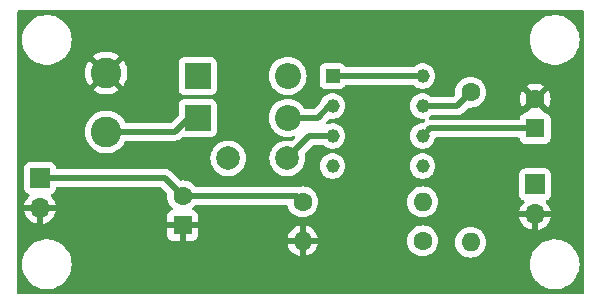
<source format=gtl>
%TF.GenerationSoftware,KiCad,Pcbnew,8.0.8*%
%TF.CreationDate,2025-06-29T12:49:33+09:00*%
%TF.ProjectId,NJM2374A_Invert,4e4a4d32-3337-4344-915f-496e76657274,rev?*%
%TF.SameCoordinates,Original*%
%TF.FileFunction,Copper,L1,Top*%
%TF.FilePolarity,Positive*%
%FSLAX46Y46*%
G04 Gerber Fmt 4.6, Leading zero omitted, Abs format (unit mm)*
G04 Created by KiCad (PCBNEW 8.0.8) date 2025-06-29 12:49:33*
%MOMM*%
%LPD*%
G01*
G04 APERTURE LIST*
%TA.AperFunction,ComponentPad*%
%ADD10C,1.600000*%
%TD*%
%TA.AperFunction,ComponentPad*%
%ADD11O,1.600000X1.600000*%
%TD*%
%TA.AperFunction,ComponentPad*%
%ADD12R,1.600000X1.600000*%
%TD*%
%TA.AperFunction,ComponentPad*%
%ADD13R,2.200000X2.200000*%
%TD*%
%TA.AperFunction,ComponentPad*%
%ADD14O,2.200000X2.200000*%
%TD*%
%TA.AperFunction,ComponentPad*%
%ADD15R,1.700000X1.700000*%
%TD*%
%TA.AperFunction,ComponentPad*%
%ADD16O,1.700000X1.700000*%
%TD*%
%TA.AperFunction,ComponentPad*%
%ADD17R,1.160000X1.160000*%
%TD*%
%TA.AperFunction,ComponentPad*%
%ADD18C,1.160000*%
%TD*%
%TA.AperFunction,ComponentPad*%
%ADD19C,2.000000*%
%TD*%
%TA.AperFunction,ComponentPad*%
%ADD20C,2.600000*%
%TD*%
%TA.AperFunction,Conductor*%
%ADD21C,0.500000*%
%TD*%
G04 APERTURE END LIST*
D10*
%TO.P,R4,1*%
%TO.N,Net-(PS1-CD)*%
X119888000Y-83439000D03*
D11*
%TO.P,R4,2*%
%TO.N,Vin*%
X119888000Y-96139000D03*
%TD*%
D12*
%TO.P,C3,1*%
%TO.N,GND*%
X95504000Y-94702000D03*
D10*
%TO.P,C3,2*%
%TO.N,Vout*%
X95504000Y-92202000D03*
%TD*%
%TO.P,R1,1*%
%TO.N,Vout*%
X105664000Y-92710000D03*
D11*
%TO.P,R1,2*%
%TO.N,Net-(PS1-IN+)*%
X115824000Y-92710000D03*
%TD*%
D13*
%TO.P,D1,1,K*%
%TO.N,Net-(D1-K)*%
X96774000Y-82042000D03*
D14*
%TO.P,D1,2,A*%
%TO.N,Vout*%
X104394000Y-82042000D03*
%TD*%
D15*
%TO.P,J2,1,Pin_1*%
%TO.N,Vout*%
X83439000Y-90678000D03*
D16*
%TO.P,J2,2,Pin_2*%
%TO.N,GND*%
X83439000Y-93218000D03*
%TD*%
D13*
%TO.P,D2,1,K*%
%TO.N,Net-(D1-K)*%
X96774000Y-85598000D03*
D14*
%TO.P,D2,2,A*%
%TO.N,Net-(D2-A)*%
X104394000Y-85598000D03*
%TD*%
D10*
%TO.P,R2,1*%
%TO.N,Net-(PS1-IN+)*%
X115824000Y-96012000D03*
D11*
%TO.P,R2,2*%
%TO.N,GND*%
X105664000Y-96012000D03*
%TD*%
D12*
%TO.P,C1,1*%
%TO.N,Vin*%
X125349000Y-86500000D03*
D10*
%TO.P,C1,2*%
%TO.N,GND*%
X125349000Y-84000000D03*
%TD*%
D15*
%TO.P,J1,1,Pin_1*%
%TO.N,Vin*%
X125349000Y-91239000D03*
D16*
%TO.P,J1,2,Pin_2*%
%TO.N,GND*%
X125349000Y-93779000D03*
%TD*%
D17*
%TO.P,PS1,1,CS*%
%TO.N,Net-(PS1-CD)*%
X108190000Y-82063000D03*
D18*
%TO.P,PS1,2,ES*%
%TO.N,Net-(D2-A)*%
X108190000Y-84603000D03*
%TO.P,PS1,3,CT*%
%TO.N,Net-(PS1-CT)*%
X108190000Y-87143000D03*
%TO.P,PS1,4,GND*%
%TO.N,Vout*%
X108190000Y-89683000D03*
%TO.P,PS1,5,IN+*%
%TO.N,Net-(PS1-IN+)*%
X115810000Y-89683000D03*
%TO.P,PS1,6,V+*%
%TO.N,Vin*%
X115810000Y-87143000D03*
%TO.P,PS1,7,SI*%
%TO.N,Net-(PS1-CD)*%
X115810000Y-84603000D03*
%TO.P,PS1,8,CD*%
X115810000Y-82063000D03*
%TD*%
D19*
%TO.P,C2,1*%
%TO.N,Vout*%
X99354000Y-89027000D03*
%TO.P,C2,2*%
%TO.N,Net-(PS1-CT)*%
X104354000Y-89027000D03*
%TD*%
D20*
%TO.P,L1,1,1*%
%TO.N,GND*%
X89027000Y-81788000D03*
%TO.P,L1,2,2*%
%TO.N,Net-(D1-K)*%
X89027000Y-86788000D03*
%TD*%
D21*
%TO.N,Vin*%
X125349000Y-86500000D02*
X116453000Y-86500000D01*
X116453000Y-86500000D02*
X115810000Y-87143000D01*
%TO.N,Vout*%
X95504000Y-92202000D02*
X105156000Y-92202000D01*
X93980000Y-90678000D02*
X95504000Y-92202000D01*
X105156000Y-92202000D02*
X105664000Y-92710000D01*
X83439000Y-90678000D02*
X93980000Y-90678000D01*
%TO.N,Net-(PS1-CT)*%
X106238000Y-87143000D02*
X108190000Y-87143000D01*
X104354000Y-89027000D02*
X106238000Y-87143000D01*
%TO.N,Net-(D1-K)*%
X89027000Y-86788000D02*
X94821300Y-86788000D01*
X97663000Y-85598000D02*
X96011300Y-85598000D01*
X94821300Y-86788000D02*
X96011300Y-85598000D01*
%TO.N,Net-(D2-A)*%
X107929700Y-84603000D02*
X106934700Y-85598000D01*
X108190000Y-84603000D02*
X107929700Y-84603000D01*
X105283000Y-85598000D02*
X106934700Y-85598000D01*
%TO.N,Net-(PS1-CD)*%
X119888000Y-83439000D02*
X118724000Y-84603000D01*
X118724000Y-84603000D02*
X115810000Y-84603000D01*
X108190000Y-82063000D02*
X115810000Y-82063000D01*
%TD*%
%TA.AperFunction,Conductor*%
%TO.N,GND*%
G36*
X129442539Y-76520185D02*
G01*
X129488294Y-76572989D01*
X129499500Y-76624500D01*
X129499500Y-100375500D01*
X129479815Y-100442539D01*
X129427011Y-100488294D01*
X129375500Y-100499500D01*
X81624500Y-100499500D01*
X81557461Y-100479815D01*
X81511706Y-100427011D01*
X81500500Y-100375500D01*
X81500500Y-98000000D01*
X81894592Y-98000000D01*
X81914201Y-98286680D01*
X81972666Y-98568034D01*
X81972667Y-98568037D01*
X82068894Y-98838793D01*
X82068893Y-98838793D01*
X82201098Y-99093935D01*
X82366812Y-99328700D01*
X82451923Y-99419831D01*
X82562947Y-99538708D01*
X82785853Y-99720055D01*
X83031382Y-99869365D01*
X83218237Y-99950526D01*
X83294942Y-99983844D01*
X83571642Y-100061371D01*
X83821920Y-100095771D01*
X83856321Y-100100500D01*
X83856322Y-100100500D01*
X84143679Y-100100500D01*
X84174370Y-100096281D01*
X84428358Y-100061371D01*
X84705058Y-99983844D01*
X84818015Y-99934779D01*
X84968617Y-99869365D01*
X84968620Y-99869363D01*
X84968625Y-99869361D01*
X85214147Y-99720055D01*
X85437053Y-99538708D01*
X85633189Y-99328698D01*
X85798901Y-99093936D01*
X85931104Y-98838797D01*
X86027334Y-98568032D01*
X86085798Y-98286686D01*
X86105408Y-98000000D01*
X124894592Y-98000000D01*
X124914201Y-98286680D01*
X124972666Y-98568034D01*
X124972667Y-98568037D01*
X125068894Y-98838793D01*
X125068893Y-98838793D01*
X125201098Y-99093935D01*
X125366812Y-99328700D01*
X125451923Y-99419831D01*
X125562947Y-99538708D01*
X125785853Y-99720055D01*
X126031382Y-99869365D01*
X126218237Y-99950526D01*
X126294942Y-99983844D01*
X126571642Y-100061371D01*
X126821920Y-100095771D01*
X126856321Y-100100500D01*
X126856322Y-100100500D01*
X127143679Y-100100500D01*
X127174370Y-100096281D01*
X127428358Y-100061371D01*
X127705058Y-99983844D01*
X127818015Y-99934779D01*
X127968617Y-99869365D01*
X127968620Y-99869363D01*
X127968625Y-99869361D01*
X128214147Y-99720055D01*
X128437053Y-99538708D01*
X128633189Y-99328698D01*
X128798901Y-99093936D01*
X128931104Y-98838797D01*
X129027334Y-98568032D01*
X129085798Y-98286686D01*
X129105408Y-98000000D01*
X129085798Y-97713314D01*
X129027334Y-97431968D01*
X128931105Y-97161206D01*
X128931106Y-97161206D01*
X128798901Y-96906064D01*
X128633187Y-96671299D01*
X128553044Y-96585488D01*
X128437053Y-96461292D01*
X128214147Y-96279945D01*
X128214146Y-96279944D01*
X127968617Y-96130634D01*
X127705063Y-96016158D01*
X127705061Y-96016157D01*
X127705058Y-96016156D01*
X127575578Y-95979877D01*
X127428364Y-95938630D01*
X127428359Y-95938629D01*
X127428358Y-95938629D01*
X127236818Y-95912302D01*
X127143679Y-95899500D01*
X127143678Y-95899500D01*
X126856322Y-95899500D01*
X126856321Y-95899500D01*
X126571642Y-95938629D01*
X126571635Y-95938630D01*
X126368322Y-95995596D01*
X126294942Y-96016156D01*
X126294939Y-96016156D01*
X126294936Y-96016158D01*
X126294935Y-96016158D01*
X126031382Y-96130634D01*
X125785853Y-96279944D01*
X125562950Y-96461289D01*
X125366812Y-96671299D01*
X125201098Y-96906064D01*
X125068894Y-97161206D01*
X124972667Y-97431962D01*
X124972666Y-97431965D01*
X124914201Y-97713319D01*
X124894592Y-98000000D01*
X86105408Y-98000000D01*
X86085798Y-97713314D01*
X86027334Y-97431968D01*
X85931105Y-97161206D01*
X85931106Y-97161206D01*
X85798901Y-96906064D01*
X85633187Y-96671299D01*
X85553044Y-96585488D01*
X85437053Y-96461292D01*
X85214147Y-96279945D01*
X85214146Y-96279944D01*
X84968617Y-96130634D01*
X84705063Y-96016158D01*
X84705061Y-96016157D01*
X84705058Y-96016156D01*
X84575578Y-95979877D01*
X84428364Y-95938630D01*
X84428359Y-95938629D01*
X84428358Y-95938629D01*
X84236818Y-95912302D01*
X84143679Y-95899500D01*
X84143678Y-95899500D01*
X83856322Y-95899500D01*
X83856321Y-95899500D01*
X83571642Y-95938629D01*
X83571635Y-95938630D01*
X83368322Y-95995596D01*
X83294942Y-96016156D01*
X83294939Y-96016156D01*
X83294936Y-96016158D01*
X83294935Y-96016158D01*
X83031382Y-96130634D01*
X82785853Y-96279944D01*
X82562950Y-96461289D01*
X82366812Y-96671299D01*
X82201098Y-96906064D01*
X82068894Y-97161206D01*
X81972667Y-97431962D01*
X81972666Y-97431965D01*
X81914201Y-97713319D01*
X81894592Y-98000000D01*
X81500500Y-98000000D01*
X81500500Y-89780135D01*
X82088500Y-89780135D01*
X82088500Y-91575870D01*
X82088501Y-91575876D01*
X82094908Y-91635483D01*
X82145202Y-91770328D01*
X82145206Y-91770335D01*
X82231452Y-91885544D01*
X82231455Y-91885547D01*
X82346664Y-91971793D01*
X82346671Y-91971797D01*
X82346674Y-91971798D01*
X82478598Y-92021002D01*
X82534531Y-92062873D01*
X82558949Y-92128337D01*
X82544098Y-92196610D01*
X82522947Y-92224865D01*
X82400886Y-92346926D01*
X82265400Y-92540420D01*
X82265399Y-92540422D01*
X82165570Y-92754507D01*
X82165567Y-92754513D01*
X82108364Y-92967999D01*
X82108364Y-92968000D01*
X83005988Y-92968000D01*
X82973075Y-93025007D01*
X82939000Y-93152174D01*
X82939000Y-93283826D01*
X82973075Y-93410993D01*
X83005988Y-93468000D01*
X82108364Y-93468000D01*
X82165567Y-93681486D01*
X82165570Y-93681492D01*
X82265399Y-93895578D01*
X82400894Y-94089082D01*
X82567917Y-94256105D01*
X82761421Y-94391600D01*
X82975507Y-94491429D01*
X82975516Y-94491433D01*
X83189000Y-94548634D01*
X83189000Y-93651012D01*
X83246007Y-93683925D01*
X83373174Y-93718000D01*
X83504826Y-93718000D01*
X83631993Y-93683925D01*
X83689000Y-93651012D01*
X83689000Y-94548633D01*
X83902483Y-94491433D01*
X83902492Y-94491429D01*
X84116578Y-94391600D01*
X84310082Y-94256105D01*
X84477105Y-94089082D01*
X84612600Y-93895578D01*
X84712429Y-93681492D01*
X84712432Y-93681486D01*
X84769636Y-93468000D01*
X83872012Y-93468000D01*
X83904925Y-93410993D01*
X83939000Y-93283826D01*
X83939000Y-93152174D01*
X83904925Y-93025007D01*
X83872012Y-92968000D01*
X84769636Y-92968000D01*
X84769635Y-92967999D01*
X84712432Y-92754513D01*
X84712429Y-92754507D01*
X84612600Y-92540422D01*
X84612599Y-92540420D01*
X84477113Y-92346926D01*
X84477108Y-92346920D01*
X84355053Y-92224865D01*
X84321568Y-92163542D01*
X84326552Y-92093850D01*
X84368424Y-92037917D01*
X84399400Y-92021002D01*
X84531331Y-91971796D01*
X84646546Y-91885546D01*
X84732796Y-91770331D01*
X84783091Y-91635483D01*
X84789500Y-91575873D01*
X84789500Y-91552500D01*
X84809185Y-91485461D01*
X84861989Y-91439706D01*
X84913500Y-91428500D01*
X93617770Y-91428500D01*
X93684809Y-91448185D01*
X93705451Y-91464819D01*
X94177282Y-91936650D01*
X94210767Y-91997973D01*
X94213129Y-92035137D01*
X94198532Y-92201996D01*
X94198532Y-92202001D01*
X94218364Y-92428686D01*
X94218366Y-92428697D01*
X94277258Y-92648488D01*
X94277261Y-92648497D01*
X94373431Y-92854732D01*
X94373432Y-92854734D01*
X94503954Y-93041141D01*
X94661506Y-93198693D01*
X94694991Y-93260016D01*
X94690007Y-93329708D01*
X94648135Y-93385641D01*
X94602343Y-93407050D01*
X94596626Y-93408401D01*
X94461913Y-93458645D01*
X94461906Y-93458649D01*
X94346812Y-93544809D01*
X94346809Y-93544812D01*
X94260649Y-93659906D01*
X94260645Y-93659913D01*
X94210403Y-93794620D01*
X94210401Y-93794627D01*
X94204000Y-93854155D01*
X94204000Y-94452000D01*
X95188314Y-94452000D01*
X95183920Y-94456394D01*
X95131259Y-94547606D01*
X95104000Y-94649339D01*
X95104000Y-94754661D01*
X95131259Y-94856394D01*
X95183920Y-94947606D01*
X95188314Y-94952000D01*
X94204000Y-94952000D01*
X94204000Y-95549844D01*
X94210401Y-95609372D01*
X94210403Y-95609379D01*
X94260645Y-95744086D01*
X94260649Y-95744093D01*
X94346809Y-95859187D01*
X94346812Y-95859190D01*
X94461906Y-95945350D01*
X94461913Y-95945354D01*
X94596620Y-95995596D01*
X94596627Y-95995598D01*
X94656155Y-96001999D01*
X94656172Y-96002000D01*
X95254000Y-96002000D01*
X95254000Y-95017686D01*
X95258394Y-95022080D01*
X95349606Y-95074741D01*
X95451339Y-95102000D01*
X95556661Y-95102000D01*
X95658394Y-95074741D01*
X95749606Y-95022080D01*
X95754000Y-95017686D01*
X95754000Y-96002000D01*
X96351828Y-96002000D01*
X96351844Y-96001999D01*
X96411372Y-95995598D01*
X96411379Y-95995596D01*
X96546086Y-95945354D01*
X96546093Y-95945350D01*
X96661187Y-95859190D01*
X96661190Y-95859187D01*
X96733945Y-95761999D01*
X104385127Y-95761999D01*
X104385128Y-95762000D01*
X105348314Y-95762000D01*
X105343920Y-95766394D01*
X105291259Y-95857606D01*
X105264000Y-95959339D01*
X105264000Y-96064661D01*
X105291259Y-96166394D01*
X105343920Y-96257606D01*
X105348314Y-96262000D01*
X104385128Y-96262000D01*
X104437730Y-96458317D01*
X104437734Y-96458326D01*
X104533865Y-96664482D01*
X104664342Y-96850820D01*
X104825179Y-97011657D01*
X105011517Y-97142134D01*
X105217673Y-97238265D01*
X105217682Y-97238269D01*
X105413999Y-97290872D01*
X105414000Y-97290871D01*
X105414000Y-96327686D01*
X105418394Y-96332080D01*
X105509606Y-96384741D01*
X105611339Y-96412000D01*
X105716661Y-96412000D01*
X105818394Y-96384741D01*
X105909606Y-96332080D01*
X105914000Y-96327686D01*
X105914000Y-97290872D01*
X106110317Y-97238269D01*
X106110326Y-97238265D01*
X106316482Y-97142134D01*
X106502820Y-97011657D01*
X106663657Y-96850820D01*
X106794134Y-96664482D01*
X106890265Y-96458326D01*
X106890269Y-96458317D01*
X106942872Y-96262000D01*
X105979686Y-96262000D01*
X105984080Y-96257606D01*
X106036741Y-96166394D01*
X106064000Y-96064661D01*
X106064000Y-96011998D01*
X114518532Y-96011998D01*
X114518532Y-96012001D01*
X114538364Y-96238686D01*
X114538366Y-96238697D01*
X114597258Y-96458488D01*
X114597261Y-96458497D01*
X114693431Y-96664732D01*
X114693432Y-96664734D01*
X114823954Y-96851141D01*
X114984858Y-97012045D01*
X114984861Y-97012047D01*
X115171266Y-97142568D01*
X115377504Y-97238739D01*
X115597308Y-97297635D01*
X115759230Y-97311801D01*
X115823998Y-97317468D01*
X115824000Y-97317468D01*
X115824002Y-97317468D01*
X115880673Y-97312509D01*
X116050692Y-97297635D01*
X116270496Y-97238739D01*
X116476734Y-97142568D01*
X116663139Y-97012047D01*
X116824047Y-96851139D01*
X116954568Y-96664734D01*
X117050739Y-96458496D01*
X117109635Y-96238692D01*
X117118357Y-96138998D01*
X118582532Y-96138998D01*
X118582532Y-96139001D01*
X118602364Y-96365686D01*
X118602366Y-96365697D01*
X118661258Y-96585488D01*
X118661261Y-96585497D01*
X118757431Y-96791732D01*
X118757432Y-96791734D01*
X118887954Y-96978141D01*
X119048858Y-97139045D01*
X119080503Y-97161203D01*
X119235266Y-97269568D01*
X119441504Y-97365739D01*
X119661308Y-97424635D01*
X119823230Y-97438801D01*
X119887998Y-97444468D01*
X119888000Y-97444468D01*
X119888002Y-97444468D01*
X119944673Y-97439509D01*
X120114692Y-97424635D01*
X120334496Y-97365739D01*
X120540734Y-97269568D01*
X120727139Y-97139047D01*
X120888047Y-96978139D01*
X121018568Y-96791734D01*
X121114739Y-96585496D01*
X121173635Y-96365692D01*
X121193468Y-96139000D01*
X121173635Y-95912308D01*
X121114739Y-95692504D01*
X121018568Y-95486266D01*
X120888047Y-95299861D01*
X120888045Y-95299858D01*
X120727141Y-95138954D01*
X120540734Y-95008432D01*
X120540732Y-95008431D01*
X120334497Y-94912261D01*
X120334488Y-94912258D01*
X120114697Y-94853366D01*
X120114693Y-94853365D01*
X120114692Y-94853365D01*
X120114691Y-94853364D01*
X120114686Y-94853364D01*
X119888002Y-94833532D01*
X119887998Y-94833532D01*
X119661313Y-94853364D01*
X119661302Y-94853366D01*
X119441511Y-94912258D01*
X119441502Y-94912261D01*
X119235267Y-95008431D01*
X119235265Y-95008432D01*
X119048858Y-95138954D01*
X118887954Y-95299858D01*
X118757432Y-95486265D01*
X118757431Y-95486267D01*
X118661261Y-95692502D01*
X118661258Y-95692511D01*
X118602366Y-95912302D01*
X118602364Y-95912313D01*
X118582532Y-96138998D01*
X117118357Y-96138998D01*
X117129468Y-96012000D01*
X117109635Y-95785308D01*
X117050739Y-95565504D01*
X116954568Y-95359266D01*
X116824047Y-95172861D01*
X116824045Y-95172858D01*
X116663141Y-95011954D01*
X116476734Y-94881432D01*
X116476732Y-94881431D01*
X116270497Y-94785261D01*
X116270488Y-94785258D01*
X116050697Y-94726366D01*
X116050693Y-94726365D01*
X116050692Y-94726365D01*
X116050691Y-94726364D01*
X116050686Y-94726364D01*
X115824002Y-94706532D01*
X115823998Y-94706532D01*
X115597313Y-94726364D01*
X115597302Y-94726366D01*
X115377511Y-94785258D01*
X115377502Y-94785261D01*
X115171267Y-94881431D01*
X115171265Y-94881432D01*
X114984858Y-95011954D01*
X114823954Y-95172858D01*
X114693432Y-95359265D01*
X114693431Y-95359267D01*
X114597261Y-95565502D01*
X114597258Y-95565511D01*
X114538366Y-95785302D01*
X114538364Y-95785313D01*
X114518532Y-96011998D01*
X106064000Y-96011998D01*
X106064000Y-95959339D01*
X106036741Y-95857606D01*
X105984080Y-95766394D01*
X105979686Y-95762000D01*
X106942872Y-95762000D01*
X106942872Y-95761999D01*
X106890269Y-95565682D01*
X106890265Y-95565673D01*
X106794134Y-95359517D01*
X106663657Y-95173179D01*
X106502820Y-95012342D01*
X106316482Y-94881865D01*
X106110328Y-94785734D01*
X105914000Y-94733127D01*
X105914000Y-95696314D01*
X105909606Y-95691920D01*
X105818394Y-95639259D01*
X105716661Y-95612000D01*
X105611339Y-95612000D01*
X105509606Y-95639259D01*
X105418394Y-95691920D01*
X105414000Y-95696314D01*
X105414000Y-94733127D01*
X105217671Y-94785734D01*
X105011517Y-94881865D01*
X104825179Y-95012342D01*
X104664342Y-95173179D01*
X104533865Y-95359517D01*
X104437734Y-95565673D01*
X104437730Y-95565682D01*
X104385127Y-95761999D01*
X96733945Y-95761999D01*
X96747350Y-95744093D01*
X96747354Y-95744086D01*
X96797596Y-95609379D01*
X96797598Y-95609372D01*
X96803999Y-95549844D01*
X96804000Y-95549827D01*
X96804000Y-94952000D01*
X95819686Y-94952000D01*
X95824080Y-94947606D01*
X95876741Y-94856394D01*
X95904000Y-94754661D01*
X95904000Y-94649339D01*
X95876741Y-94547606D01*
X95824080Y-94456394D01*
X95819686Y-94452000D01*
X96804000Y-94452000D01*
X96804000Y-93854172D01*
X96803999Y-93854155D01*
X96797598Y-93794627D01*
X96797596Y-93794620D01*
X96747354Y-93659913D01*
X96747350Y-93659906D01*
X96661190Y-93544812D01*
X96661187Y-93544809D01*
X96546093Y-93458649D01*
X96546086Y-93458645D01*
X96411378Y-93408402D01*
X96405658Y-93407051D01*
X96344942Y-93372477D01*
X96312557Y-93310566D01*
X96318784Y-93240974D01*
X96346491Y-93198694D01*
X96504047Y-93041139D01*
X96529088Y-93005377D01*
X96583665Y-92961752D01*
X96630663Y-92952500D01*
X104287452Y-92952500D01*
X104354491Y-92972185D01*
X104400246Y-93024989D01*
X104407227Y-93044407D01*
X104437258Y-93156488D01*
X104437261Y-93156497D01*
X104533431Y-93362732D01*
X104533432Y-93362734D01*
X104663954Y-93549141D01*
X104824858Y-93710045D01*
X104824861Y-93710047D01*
X105011266Y-93840568D01*
X105217504Y-93936739D01*
X105437308Y-93995635D01*
X105599230Y-94009801D01*
X105663998Y-94015468D01*
X105664000Y-94015468D01*
X105664002Y-94015468D01*
X105720673Y-94010509D01*
X105890692Y-93995635D01*
X106110496Y-93936739D01*
X106316734Y-93840568D01*
X106503139Y-93710047D01*
X106664047Y-93549139D01*
X106794568Y-93362734D01*
X106890739Y-93156496D01*
X106949635Y-92936692D01*
X106969468Y-92710000D01*
X106969468Y-92709998D01*
X114518532Y-92709998D01*
X114518532Y-92710001D01*
X114538364Y-92936686D01*
X114538366Y-92936697D01*
X114597258Y-93156488D01*
X114597261Y-93156497D01*
X114693431Y-93362732D01*
X114693432Y-93362734D01*
X114823954Y-93549141D01*
X114984858Y-93710045D01*
X114984861Y-93710047D01*
X115171266Y-93840568D01*
X115377504Y-93936739D01*
X115597308Y-93995635D01*
X115759230Y-94009801D01*
X115823998Y-94015468D01*
X115824000Y-94015468D01*
X115824002Y-94015468D01*
X115880673Y-94010509D01*
X116050692Y-93995635D01*
X116270496Y-93936739D01*
X116476734Y-93840568D01*
X116663139Y-93710047D01*
X116824047Y-93549139D01*
X116954568Y-93362734D01*
X117050739Y-93156496D01*
X117109635Y-92936692D01*
X117129468Y-92710000D01*
X117109635Y-92483308D01*
X117050739Y-92263504D01*
X116954568Y-92057266D01*
X116834330Y-91885547D01*
X116824045Y-91870858D01*
X116663141Y-91709954D01*
X116476734Y-91579432D01*
X116476732Y-91579431D01*
X116270497Y-91483261D01*
X116270488Y-91483258D01*
X116050697Y-91424366D01*
X116050693Y-91424365D01*
X116050692Y-91424365D01*
X116050691Y-91424364D01*
X116050686Y-91424364D01*
X115824002Y-91404532D01*
X115823998Y-91404532D01*
X115597313Y-91424364D01*
X115597302Y-91424366D01*
X115377511Y-91483258D01*
X115377502Y-91483261D01*
X115171267Y-91579431D01*
X115171265Y-91579432D01*
X114984858Y-91709954D01*
X114823954Y-91870858D01*
X114693432Y-92057265D01*
X114693431Y-92057267D01*
X114597261Y-92263502D01*
X114597258Y-92263511D01*
X114538366Y-92483302D01*
X114538364Y-92483313D01*
X114518532Y-92709998D01*
X106969468Y-92709998D01*
X106949635Y-92483308D01*
X106890739Y-92263504D01*
X106794568Y-92057266D01*
X106674330Y-91885547D01*
X106664045Y-91870858D01*
X106503141Y-91709954D01*
X106316734Y-91579432D01*
X106316732Y-91579431D01*
X106110497Y-91483261D01*
X106110488Y-91483258D01*
X105890697Y-91424366D01*
X105890693Y-91424365D01*
X105890692Y-91424365D01*
X105890691Y-91424364D01*
X105890686Y-91424364D01*
X105664002Y-91404532D01*
X105663998Y-91404532D01*
X105437313Y-91424364D01*
X105437302Y-91424366D01*
X105318750Y-91456132D01*
X105262464Y-91457974D01*
X105229919Y-91451500D01*
X105229918Y-91451500D01*
X96630663Y-91451500D01*
X96563624Y-91431815D01*
X96529088Y-91398623D01*
X96504045Y-91362858D01*
X96343141Y-91201954D01*
X96156734Y-91071432D01*
X96156732Y-91071431D01*
X95950497Y-90975261D01*
X95950488Y-90975258D01*
X95730697Y-90916366D01*
X95730693Y-90916365D01*
X95730692Y-90916365D01*
X95730691Y-90916364D01*
X95730686Y-90916364D01*
X95504002Y-90896532D01*
X95503997Y-90896532D01*
X95337137Y-90911129D01*
X95268637Y-90897362D01*
X95238650Y-90875282D01*
X94458421Y-90095052D01*
X94458414Y-90095046D01*
X94363239Y-90031453D01*
X94363238Y-90031453D01*
X94335495Y-90012916D01*
X94335488Y-90012912D01*
X94198917Y-89956343D01*
X94198907Y-89956340D01*
X94053920Y-89927500D01*
X94053918Y-89927500D01*
X84913499Y-89927500D01*
X84846460Y-89907815D01*
X84800705Y-89855011D01*
X84789499Y-89803500D01*
X84789499Y-89780129D01*
X84789498Y-89780123D01*
X84789497Y-89780116D01*
X84783091Y-89720517D01*
X84732796Y-89585669D01*
X84732795Y-89585668D01*
X84732793Y-89585664D01*
X84646547Y-89470455D01*
X84646544Y-89470452D01*
X84531335Y-89384206D01*
X84531328Y-89384202D01*
X84396482Y-89333908D01*
X84396483Y-89333908D01*
X84336883Y-89327501D01*
X84336881Y-89327500D01*
X84336873Y-89327500D01*
X84336864Y-89327500D01*
X82541129Y-89327500D01*
X82541123Y-89327501D01*
X82481516Y-89333908D01*
X82346671Y-89384202D01*
X82346664Y-89384206D01*
X82231455Y-89470452D01*
X82231452Y-89470455D01*
X82145206Y-89585664D01*
X82145202Y-89585671D01*
X82094908Y-89720517D01*
X82092426Y-89743607D01*
X82088501Y-89780123D01*
X82088500Y-89780135D01*
X81500500Y-89780135D01*
X81500500Y-89026994D01*
X97848357Y-89026994D01*
X97848357Y-89027005D01*
X97868890Y-89274812D01*
X97868892Y-89274824D01*
X97929936Y-89515881D01*
X98029826Y-89743606D01*
X98165833Y-89951782D01*
X98165836Y-89951785D01*
X98334256Y-90134738D01*
X98530491Y-90287474D01*
X98749190Y-90405828D01*
X98984386Y-90486571D01*
X99229665Y-90527500D01*
X99478335Y-90527500D01*
X99723614Y-90486571D01*
X99958810Y-90405828D01*
X100177509Y-90287474D01*
X100373744Y-90134738D01*
X100542164Y-89951785D01*
X100678173Y-89743607D01*
X100778063Y-89515881D01*
X100839108Y-89274821D01*
X100852620Y-89111758D01*
X100859643Y-89027005D01*
X100859643Y-89026994D01*
X100839109Y-88779187D01*
X100839107Y-88779175D01*
X100778063Y-88538118D01*
X100678173Y-88310393D01*
X100542166Y-88102217D01*
X100462879Y-88016089D01*
X100373744Y-87919262D01*
X100177509Y-87766526D01*
X100177507Y-87766525D01*
X100177506Y-87766524D01*
X99958811Y-87648172D01*
X99958802Y-87648169D01*
X99723616Y-87567429D01*
X99478335Y-87526500D01*
X99229665Y-87526500D01*
X98984383Y-87567429D01*
X98749197Y-87648169D01*
X98749188Y-87648172D01*
X98530493Y-87766524D01*
X98334257Y-87919261D01*
X98165833Y-88102217D01*
X98029826Y-88310393D01*
X97929936Y-88538118D01*
X97868892Y-88779175D01*
X97868890Y-88779187D01*
X97848357Y-89026994D01*
X81500500Y-89026994D01*
X81500500Y-86787995D01*
X87221451Y-86787995D01*
X87221451Y-86788004D01*
X87241616Y-87057101D01*
X87301664Y-87320188D01*
X87301666Y-87320195D01*
X87400256Y-87571396D01*
X87400258Y-87571400D01*
X87417059Y-87600500D01*
X87535185Y-87805102D01*
X87621379Y-87913185D01*
X87703442Y-88016089D01*
X87887322Y-88186703D01*
X87901259Y-88199635D01*
X88124226Y-88351651D01*
X88367359Y-88468738D01*
X88625228Y-88548280D01*
X88625229Y-88548280D01*
X88625232Y-88548281D01*
X88892063Y-88588499D01*
X88892068Y-88588499D01*
X88892071Y-88588500D01*
X88892072Y-88588500D01*
X89161928Y-88588500D01*
X89161929Y-88588500D01*
X89161936Y-88588499D01*
X89428767Y-88548281D01*
X89428768Y-88548280D01*
X89428772Y-88548280D01*
X89686641Y-88468738D01*
X89929775Y-88351651D01*
X90152741Y-88199635D01*
X90350561Y-88016085D01*
X90518815Y-87805102D01*
X90636941Y-87600499D01*
X90687508Y-87552285D01*
X90744328Y-87538500D01*
X94895220Y-87538500D01*
X94992762Y-87519096D01*
X95040213Y-87509658D01*
X95176795Y-87453084D01*
X95255493Y-87400500D01*
X95299716Y-87370952D01*
X95446488Y-87224178D01*
X95507809Y-87190695D01*
X95562691Y-87191186D01*
X95566512Y-87192089D01*
X95566517Y-87192091D01*
X95566522Y-87192091D01*
X95566524Y-87192092D01*
X95580370Y-87193580D01*
X95626127Y-87198500D01*
X97921872Y-87198499D01*
X97981483Y-87192091D01*
X98116331Y-87141796D01*
X98231546Y-87055546D01*
X98317796Y-86940331D01*
X98368091Y-86805483D01*
X98374500Y-86745873D01*
X98374499Y-85866102D01*
X98383112Y-85822803D01*
X98382891Y-85822736D01*
X98383572Y-85820489D01*
X98383939Y-85818648D01*
X98384658Y-85816913D01*
X98401983Y-85729815D01*
X98413500Y-85671920D01*
X98413500Y-85598000D01*
X102788551Y-85598000D01*
X102808317Y-85849151D01*
X102867126Y-86094110D01*
X102963533Y-86326859D01*
X103095160Y-86541653D01*
X103095161Y-86541656D01*
X103120871Y-86571758D01*
X103258776Y-86733224D01*
X103407066Y-86859875D01*
X103450343Y-86896838D01*
X103450346Y-86896839D01*
X103665140Y-87028466D01*
X103897889Y-87124873D01*
X104142852Y-87183683D01*
X104394000Y-87203449D01*
X104645148Y-87183683D01*
X104863485Y-87131265D01*
X104933265Y-87134756D01*
X104990083Y-87175419D01*
X105015896Y-87240346D01*
X105002510Y-87308921D01*
X104980111Y-87339520D01*
X104793248Y-87526383D01*
X104731925Y-87559868D01*
X104685158Y-87561011D01*
X104478335Y-87526500D01*
X104229665Y-87526500D01*
X103984383Y-87567429D01*
X103749197Y-87648169D01*
X103749188Y-87648172D01*
X103530493Y-87766524D01*
X103334257Y-87919261D01*
X103165833Y-88102217D01*
X103029826Y-88310393D01*
X102929936Y-88538118D01*
X102868892Y-88779175D01*
X102868890Y-88779187D01*
X102848357Y-89026994D01*
X102848357Y-89027005D01*
X102868890Y-89274812D01*
X102868892Y-89274824D01*
X102929936Y-89515881D01*
X103029826Y-89743606D01*
X103165833Y-89951782D01*
X103165836Y-89951785D01*
X103334256Y-90134738D01*
X103530491Y-90287474D01*
X103749190Y-90405828D01*
X103984386Y-90486571D01*
X104229665Y-90527500D01*
X104478335Y-90527500D01*
X104723614Y-90486571D01*
X104958810Y-90405828D01*
X105177509Y-90287474D01*
X105373744Y-90134738D01*
X105542164Y-89951785D01*
X105678173Y-89743607D01*
X105704758Y-89682999D01*
X107104871Y-89682999D01*
X107104871Y-89683000D01*
X107123346Y-89882391D01*
X107123347Y-89882393D01*
X107178145Y-90074989D01*
X107178151Y-90075004D01*
X107267401Y-90254241D01*
X107267406Y-90254249D01*
X107388081Y-90414049D01*
X107467634Y-90486570D01*
X107536064Y-90548952D01*
X107706316Y-90654368D01*
X107893040Y-90726705D01*
X108089877Y-90763500D01*
X108089879Y-90763500D01*
X108290121Y-90763500D01*
X108290123Y-90763500D01*
X108486960Y-90726705D01*
X108673684Y-90654368D01*
X108843936Y-90548952D01*
X108991920Y-90414047D01*
X109112595Y-90254247D01*
X109201853Y-90074994D01*
X109256653Y-89882392D01*
X109275129Y-89683000D01*
X109275129Y-89682999D01*
X114724871Y-89682999D01*
X114724871Y-89683000D01*
X114743346Y-89882391D01*
X114743347Y-89882393D01*
X114798145Y-90074989D01*
X114798151Y-90075004D01*
X114887401Y-90254241D01*
X114887406Y-90254249D01*
X115008081Y-90414049D01*
X115087634Y-90486570D01*
X115156064Y-90548952D01*
X115326316Y-90654368D01*
X115513040Y-90726705D01*
X115709877Y-90763500D01*
X115709879Y-90763500D01*
X115910121Y-90763500D01*
X115910123Y-90763500D01*
X116106960Y-90726705D01*
X116293684Y-90654368D01*
X116463936Y-90548952D01*
X116611920Y-90414047D01*
X116666980Y-90341135D01*
X123998500Y-90341135D01*
X123998500Y-92136870D01*
X123998501Y-92136876D01*
X124004908Y-92196483D01*
X124055202Y-92331328D01*
X124055206Y-92331335D01*
X124141452Y-92446544D01*
X124141455Y-92446547D01*
X124256664Y-92532793D01*
X124256671Y-92532797D01*
X124256674Y-92532798D01*
X124388598Y-92582002D01*
X124444531Y-92623873D01*
X124468949Y-92689337D01*
X124454098Y-92757610D01*
X124432947Y-92785865D01*
X124310886Y-92907926D01*
X124175400Y-93101420D01*
X124175399Y-93101422D01*
X124075570Y-93315507D01*
X124075567Y-93315513D01*
X124018364Y-93528999D01*
X124018364Y-93529000D01*
X124915988Y-93529000D01*
X124883075Y-93586007D01*
X124849000Y-93713174D01*
X124849000Y-93844826D01*
X124883075Y-93971993D01*
X124915988Y-94029000D01*
X124018364Y-94029000D01*
X124075567Y-94242486D01*
X124075570Y-94242492D01*
X124175399Y-94456578D01*
X124310894Y-94650082D01*
X124477917Y-94817105D01*
X124671421Y-94952600D01*
X124885507Y-95052429D01*
X124885516Y-95052433D01*
X125099000Y-95109634D01*
X125099000Y-94212012D01*
X125156007Y-94244925D01*
X125283174Y-94279000D01*
X125414826Y-94279000D01*
X125541993Y-94244925D01*
X125599000Y-94212012D01*
X125599000Y-95109633D01*
X125812483Y-95052433D01*
X125812492Y-95052429D01*
X126026578Y-94952600D01*
X126220082Y-94817105D01*
X126387105Y-94650082D01*
X126522600Y-94456578D01*
X126622429Y-94242492D01*
X126622432Y-94242486D01*
X126679636Y-94029000D01*
X125782012Y-94029000D01*
X125814925Y-93971993D01*
X125849000Y-93844826D01*
X125849000Y-93713174D01*
X125814925Y-93586007D01*
X125782012Y-93529000D01*
X126679636Y-93529000D01*
X126679635Y-93528999D01*
X126622432Y-93315513D01*
X126622429Y-93315507D01*
X126522600Y-93101422D01*
X126522599Y-93101420D01*
X126387113Y-92907926D01*
X126387108Y-92907920D01*
X126265053Y-92785865D01*
X126231568Y-92724542D01*
X126236552Y-92654850D01*
X126278424Y-92598917D01*
X126309400Y-92582002D01*
X126441331Y-92532796D01*
X126556546Y-92446546D01*
X126642796Y-92331331D01*
X126693091Y-92196483D01*
X126699500Y-92136873D01*
X126699499Y-90341128D01*
X126694299Y-90292757D01*
X126693091Y-90281516D01*
X126642797Y-90146671D01*
X126642793Y-90146664D01*
X126556547Y-90031455D01*
X126556544Y-90031452D01*
X126441335Y-89945206D01*
X126441328Y-89945202D01*
X126306482Y-89894908D01*
X126306483Y-89894908D01*
X126246883Y-89888501D01*
X126246881Y-89888500D01*
X126246873Y-89888500D01*
X126246864Y-89888500D01*
X124451129Y-89888500D01*
X124451123Y-89888501D01*
X124391516Y-89894908D01*
X124256671Y-89945202D01*
X124256664Y-89945206D01*
X124141455Y-90031452D01*
X124141452Y-90031455D01*
X124055206Y-90146664D01*
X124055202Y-90146671D01*
X124004908Y-90281517D01*
X124004268Y-90287475D01*
X123998501Y-90341123D01*
X123998500Y-90341135D01*
X116666980Y-90341135D01*
X116732595Y-90254247D01*
X116821853Y-90074994D01*
X116876653Y-89882392D01*
X116895129Y-89683000D01*
X116876653Y-89483608D01*
X116821853Y-89291006D01*
X116821848Y-89290995D01*
X116732598Y-89111758D01*
X116732593Y-89111750D01*
X116611918Y-88951950D01*
X116463937Y-88817049D01*
X116463936Y-88817048D01*
X116399101Y-88776903D01*
X116293685Y-88711632D01*
X116293683Y-88711631D01*
X116157152Y-88658739D01*
X116106960Y-88639295D01*
X115910123Y-88602500D01*
X115709877Y-88602500D01*
X115513040Y-88639295D01*
X115513037Y-88639295D01*
X115513037Y-88639296D01*
X115326316Y-88711631D01*
X115326314Y-88711632D01*
X115156062Y-88817049D01*
X115008081Y-88951950D01*
X114887406Y-89111750D01*
X114887401Y-89111758D01*
X114798151Y-89290995D01*
X114798145Y-89291010D01*
X114743347Y-89483606D01*
X114743346Y-89483608D01*
X114724871Y-89682999D01*
X109275129Y-89682999D01*
X109256653Y-89483608D01*
X109201853Y-89291006D01*
X109201848Y-89290995D01*
X109112598Y-89111758D01*
X109112593Y-89111750D01*
X108991918Y-88951950D01*
X108843937Y-88817049D01*
X108843936Y-88817048D01*
X108779101Y-88776903D01*
X108673685Y-88711632D01*
X108673683Y-88711631D01*
X108537152Y-88658739D01*
X108486960Y-88639295D01*
X108290123Y-88602500D01*
X108089877Y-88602500D01*
X107893040Y-88639295D01*
X107893037Y-88639295D01*
X107893037Y-88639296D01*
X107706316Y-88711631D01*
X107706314Y-88711632D01*
X107536062Y-88817049D01*
X107388081Y-88951950D01*
X107267406Y-89111750D01*
X107267401Y-89111758D01*
X107178151Y-89290995D01*
X107178145Y-89291010D01*
X107123347Y-89483606D01*
X107123346Y-89483608D01*
X107104871Y-89682999D01*
X105704758Y-89682999D01*
X105778063Y-89515881D01*
X105839108Y-89274821D01*
X105852620Y-89111758D01*
X105859643Y-89027005D01*
X105859643Y-89026994D01*
X105839109Y-88779187D01*
X105839108Y-88779184D01*
X105839108Y-88779179D01*
X105820856Y-88707105D01*
X105823480Y-88637288D01*
X105853378Y-88588987D01*
X106512548Y-87929819D01*
X106573871Y-87896334D01*
X106600229Y-87893500D01*
X107361381Y-87893500D01*
X107428420Y-87913185D01*
X107444919Y-87925863D01*
X107449259Y-87929819D01*
X107536064Y-88008952D01*
X107665734Y-88089240D01*
X107686691Y-88102217D01*
X107706316Y-88114368D01*
X107893040Y-88186705D01*
X108089877Y-88223500D01*
X108089879Y-88223500D01*
X108290121Y-88223500D01*
X108290123Y-88223500D01*
X108486960Y-88186705D01*
X108673684Y-88114368D01*
X108843936Y-88008952D01*
X108991920Y-87874047D01*
X109112595Y-87714247D01*
X109201853Y-87534994D01*
X109256653Y-87342392D01*
X109275129Y-87143000D01*
X109275017Y-87141796D01*
X109256653Y-86943608D01*
X109256652Y-86943606D01*
X109255721Y-86940335D01*
X109201853Y-86751006D01*
X109201848Y-86750995D01*
X109112598Y-86571758D01*
X109112593Y-86571750D01*
X108991918Y-86411950D01*
X108843937Y-86277049D01*
X108843936Y-86277048D01*
X108779101Y-86236903D01*
X108673685Y-86171632D01*
X108673683Y-86171631D01*
X108519655Y-86111961D01*
X108486960Y-86099295D01*
X108290123Y-86062500D01*
X108089877Y-86062500D01*
X107941341Y-86090265D01*
X107893034Y-86099296D01*
X107791040Y-86138809D01*
X107721417Y-86144671D01*
X107659677Y-86111961D01*
X107625422Y-86051064D01*
X107629529Y-85981315D01*
X107658565Y-85935502D01*
X107892591Y-85701475D01*
X107953912Y-85667992D01*
X108003054Y-85667270D01*
X108089877Y-85683500D01*
X108089878Y-85683500D01*
X108290121Y-85683500D01*
X108290123Y-85683500D01*
X108486960Y-85646705D01*
X108673684Y-85574368D01*
X108843936Y-85468952D01*
X108991920Y-85334047D01*
X109112595Y-85174247D01*
X109201853Y-84994994D01*
X109256653Y-84802392D01*
X109275129Y-84603000D01*
X109275129Y-84602999D01*
X114724871Y-84602999D01*
X114724871Y-84603000D01*
X114743346Y-84802391D01*
X114743347Y-84802393D01*
X114798145Y-84994989D01*
X114798151Y-84995004D01*
X114887401Y-85174241D01*
X114887406Y-85174249D01*
X115008081Y-85334049D01*
X115069577Y-85390109D01*
X115156064Y-85468952D01*
X115238627Y-85520073D01*
X115302965Y-85559910D01*
X115326316Y-85574368D01*
X115513040Y-85646705D01*
X115709877Y-85683500D01*
X115709879Y-85683500D01*
X115915341Y-85683500D01*
X115982380Y-85703185D01*
X116028135Y-85755989D01*
X116038079Y-85825147D01*
X116009054Y-85888703D01*
X115984232Y-85910602D01*
X115974585Y-85917047D01*
X115920019Y-85971614D01*
X115865450Y-86026182D01*
X115804130Y-86059666D01*
X115777771Y-86062500D01*
X115709877Y-86062500D01*
X115513040Y-86099295D01*
X115513037Y-86099295D01*
X115513037Y-86099296D01*
X115326316Y-86171631D01*
X115326314Y-86171632D01*
X115156062Y-86277049D01*
X115008081Y-86411950D01*
X114887406Y-86571750D01*
X114887401Y-86571758D01*
X114798151Y-86750995D01*
X114798145Y-86751010D01*
X114743347Y-86943606D01*
X114743346Y-86943608D01*
X114724871Y-87142999D01*
X114724871Y-87143000D01*
X114743346Y-87342391D01*
X114743347Y-87342393D01*
X114798145Y-87534989D01*
X114798151Y-87535004D01*
X114887401Y-87714241D01*
X114887406Y-87714249D01*
X115008081Y-87874049D01*
X115135386Y-87990102D01*
X115156064Y-88008952D01*
X115285734Y-88089240D01*
X115306691Y-88102217D01*
X115326316Y-88114368D01*
X115513040Y-88186705D01*
X115709877Y-88223500D01*
X115709879Y-88223500D01*
X115910121Y-88223500D01*
X115910123Y-88223500D01*
X116106960Y-88186705D01*
X116293684Y-88114368D01*
X116463936Y-88008952D01*
X116611920Y-87874047D01*
X116732595Y-87714247D01*
X116821853Y-87534994D01*
X116876653Y-87342392D01*
X116876653Y-87342391D01*
X116877173Y-87340565D01*
X116914452Y-87281472D01*
X116977762Y-87251915D01*
X116996439Y-87250500D01*
X123926649Y-87250500D01*
X123993688Y-87270185D01*
X124039443Y-87322989D01*
X124049939Y-87361248D01*
X124054908Y-87407483D01*
X124105202Y-87542328D01*
X124105206Y-87542335D01*
X124191452Y-87657544D01*
X124191455Y-87657547D01*
X124306664Y-87743793D01*
X124306671Y-87743797D01*
X124441517Y-87794091D01*
X124441516Y-87794091D01*
X124448444Y-87794835D01*
X124501127Y-87800500D01*
X126196872Y-87800499D01*
X126256483Y-87794091D01*
X126391331Y-87743796D01*
X126506546Y-87657546D01*
X126592796Y-87542331D01*
X126643091Y-87407483D01*
X126649500Y-87347873D01*
X126649499Y-85652128D01*
X126643091Y-85592517D01*
X126636321Y-85574367D01*
X126592797Y-85457671D01*
X126592793Y-85457664D01*
X126506547Y-85342455D01*
X126506544Y-85342452D01*
X126391335Y-85256206D01*
X126391328Y-85256202D01*
X126256482Y-85205908D01*
X126256483Y-85205908D01*
X126196883Y-85199501D01*
X126196881Y-85199500D01*
X126196873Y-85199500D01*
X126196864Y-85199500D01*
X126193548Y-85199322D01*
X126193627Y-85197847D01*
X126132215Y-85179815D01*
X126086460Y-85127011D01*
X126078969Y-85083522D01*
X125395447Y-84400000D01*
X125401661Y-84400000D01*
X125503394Y-84372741D01*
X125594606Y-84320080D01*
X125669080Y-84245606D01*
X125721741Y-84154394D01*
X125749000Y-84052661D01*
X125749000Y-84046447D01*
X126428024Y-84725471D01*
X126479136Y-84652478D01*
X126575264Y-84446331D01*
X126575269Y-84446317D01*
X126634139Y-84226610D01*
X126634141Y-84226599D01*
X126653966Y-84000002D01*
X126653966Y-83999997D01*
X126634141Y-83773400D01*
X126634139Y-83773389D01*
X126575269Y-83553682D01*
X126575264Y-83553668D01*
X126479136Y-83347521D01*
X126479132Y-83347513D01*
X126428025Y-83274526D01*
X125749000Y-83953551D01*
X125749000Y-83947339D01*
X125721741Y-83845606D01*
X125669080Y-83754394D01*
X125594606Y-83679920D01*
X125503394Y-83627259D01*
X125401661Y-83600000D01*
X125395445Y-83600000D01*
X126074472Y-82920974D01*
X126001478Y-82869863D01*
X125795331Y-82773735D01*
X125795317Y-82773730D01*
X125575610Y-82714860D01*
X125575599Y-82714858D01*
X125349002Y-82695034D01*
X125348998Y-82695034D01*
X125122400Y-82714858D01*
X125122389Y-82714860D01*
X124902682Y-82773730D01*
X124902673Y-82773734D01*
X124696516Y-82869866D01*
X124696512Y-82869868D01*
X124623526Y-82920973D01*
X124623526Y-82920974D01*
X125302553Y-83600000D01*
X125296339Y-83600000D01*
X125194606Y-83627259D01*
X125103394Y-83679920D01*
X125028920Y-83754394D01*
X124976259Y-83845606D01*
X124949000Y-83947339D01*
X124949000Y-83953552D01*
X124269974Y-83274526D01*
X124269973Y-83274526D01*
X124218868Y-83347512D01*
X124218866Y-83347516D01*
X124122734Y-83553673D01*
X124122730Y-83553682D01*
X124063860Y-83773389D01*
X124063858Y-83773400D01*
X124044034Y-83999997D01*
X124044034Y-84000002D01*
X124063858Y-84226599D01*
X124063860Y-84226610D01*
X124122730Y-84446317D01*
X124122735Y-84446331D01*
X124218863Y-84652478D01*
X124269974Y-84725472D01*
X124949000Y-84046446D01*
X124949000Y-84052661D01*
X124976259Y-84154394D01*
X125028920Y-84245606D01*
X125103394Y-84320080D01*
X125194606Y-84372741D01*
X125296339Y-84400000D01*
X125302553Y-84400000D01*
X124618352Y-85084199D01*
X124608506Y-85133194D01*
X124559890Y-85183377D01*
X124504367Y-85198049D01*
X124504423Y-85199099D01*
X124504429Y-85199146D01*
X124504426Y-85199146D01*
X124504436Y-85199324D01*
X124501123Y-85199501D01*
X124441516Y-85205908D01*
X124306671Y-85256202D01*
X124306664Y-85256206D01*
X124191455Y-85342452D01*
X124191452Y-85342455D01*
X124105206Y-85457664D01*
X124105202Y-85457671D01*
X124061678Y-85574368D01*
X124054909Y-85592517D01*
X124049937Y-85638757D01*
X124023201Y-85703306D01*
X123965809Y-85743154D01*
X123926649Y-85749500D01*
X116446651Y-85749500D01*
X116379612Y-85729815D01*
X116333857Y-85677011D01*
X116323913Y-85607853D01*
X116352938Y-85544297D01*
X116381373Y-85520073D01*
X116463936Y-85468952D01*
X116550423Y-85390109D01*
X116555081Y-85385863D01*
X116617885Y-85355246D01*
X116638619Y-85353500D01*
X118797920Y-85353500D01*
X118916580Y-85329896D01*
X118942913Y-85324658D01*
X119079495Y-85268084D01*
X119128729Y-85235186D01*
X119144949Y-85224349D01*
X119172548Y-85205908D01*
X119202416Y-85185952D01*
X119622652Y-84765714D01*
X119683973Y-84732231D01*
X119721135Y-84729869D01*
X119864366Y-84742400D01*
X119887999Y-84744468D01*
X119888000Y-84744468D01*
X119888002Y-84744468D01*
X119944673Y-84739509D01*
X120114692Y-84724635D01*
X120334496Y-84665739D01*
X120540734Y-84569568D01*
X120727139Y-84439047D01*
X120888047Y-84278139D01*
X121018568Y-84091734D01*
X121114739Y-83885496D01*
X121173635Y-83665692D01*
X121193468Y-83439000D01*
X121173635Y-83212308D01*
X121114739Y-82992504D01*
X121018568Y-82786266D01*
X120888047Y-82599861D01*
X120888045Y-82599858D01*
X120727141Y-82438954D01*
X120540734Y-82308432D01*
X120540732Y-82308431D01*
X120334497Y-82212261D01*
X120334488Y-82212258D01*
X120114697Y-82153366D01*
X120114693Y-82153365D01*
X120114692Y-82153365D01*
X120114691Y-82153364D01*
X120114686Y-82153364D01*
X119888002Y-82133532D01*
X119887998Y-82133532D01*
X119661313Y-82153364D01*
X119661302Y-82153366D01*
X119441511Y-82212258D01*
X119441502Y-82212261D01*
X119235267Y-82308431D01*
X119235265Y-82308432D01*
X119048858Y-82438954D01*
X118887954Y-82599858D01*
X118757432Y-82786265D01*
X118757431Y-82786267D01*
X118661261Y-82992502D01*
X118661258Y-82992511D01*
X118602366Y-83212302D01*
X118602364Y-83212313D01*
X118582532Y-83438998D01*
X118582532Y-83439003D01*
X118597129Y-83605861D01*
X118583362Y-83674360D01*
X118561283Y-83704347D01*
X118449452Y-83816180D01*
X118388129Y-83849666D01*
X118361770Y-83852500D01*
X116638619Y-83852500D01*
X116571580Y-83832815D01*
X116555081Y-83820137D01*
X116463937Y-83737049D01*
X116463936Y-83737048D01*
X116399101Y-83696903D01*
X116293685Y-83631632D01*
X116293683Y-83631631D01*
X116157152Y-83578739D01*
X116106960Y-83559295D01*
X115910123Y-83522500D01*
X115709877Y-83522500D01*
X115513040Y-83559295D01*
X115513037Y-83559295D01*
X115513037Y-83559296D01*
X115326316Y-83631631D01*
X115326314Y-83631632D01*
X115156062Y-83737049D01*
X115008081Y-83871950D01*
X114887406Y-84031750D01*
X114887401Y-84031758D01*
X114798151Y-84210995D01*
X114798145Y-84211010D01*
X114743347Y-84403606D01*
X114743346Y-84403608D01*
X114724871Y-84602999D01*
X109275129Y-84602999D01*
X109260610Y-84446317D01*
X109256653Y-84403608D01*
X109256652Y-84403606D01*
X109247870Y-84372741D01*
X109201853Y-84211006D01*
X109201848Y-84210995D01*
X109112598Y-84031758D01*
X109112593Y-84031750D01*
X108991918Y-83871950D01*
X108843937Y-83737049D01*
X108843936Y-83737048D01*
X108779101Y-83696903D01*
X108673685Y-83631632D01*
X108673683Y-83631631D01*
X108537152Y-83578739D01*
X108486960Y-83559295D01*
X108290123Y-83522500D01*
X108089877Y-83522500D01*
X107893040Y-83559295D01*
X107893037Y-83559295D01*
X107893037Y-83559296D01*
X107706316Y-83631631D01*
X107706314Y-83631632D01*
X107536062Y-83737049D01*
X107388081Y-83871950D01*
X107267406Y-84031750D01*
X107267399Y-84031762D01*
X107178151Y-84210996D01*
X107178144Y-84211014D01*
X107154279Y-84294891D01*
X107122694Y-84348637D01*
X106660151Y-84811181D01*
X106598828Y-84844666D01*
X106572470Y-84847500D01*
X105880647Y-84847500D01*
X105813608Y-84827815D01*
X105774919Y-84788289D01*
X105761086Y-84765716D01*
X105692836Y-84654341D01*
X105529224Y-84462776D01*
X105368923Y-84325866D01*
X105337656Y-84299161D01*
X105337653Y-84299160D01*
X105122859Y-84167533D01*
X104890110Y-84071126D01*
X104645151Y-84012317D01*
X104394000Y-83992551D01*
X104142848Y-84012317D01*
X103897889Y-84071126D01*
X103665140Y-84167533D01*
X103450346Y-84299160D01*
X103450343Y-84299161D01*
X103258776Y-84462776D01*
X103095161Y-84654343D01*
X103095160Y-84654346D01*
X102963533Y-84869140D01*
X102867126Y-85101889D01*
X102808317Y-85346848D01*
X102788551Y-85598000D01*
X98413500Y-85598000D01*
X98413500Y-85524079D01*
X98384659Y-85379092D01*
X98384658Y-85379091D01*
X98384658Y-85379087D01*
X98383936Y-85377345D01*
X98383569Y-85375500D01*
X98382890Y-85373260D01*
X98383110Y-85373193D01*
X98374499Y-85329896D01*
X98374499Y-84450129D01*
X98374498Y-84450123D01*
X98374497Y-84450116D01*
X98368091Y-84390517D01*
X98354304Y-84353553D01*
X98317797Y-84255671D01*
X98317793Y-84255664D01*
X98231547Y-84140455D01*
X98231544Y-84140452D01*
X98116335Y-84054206D01*
X98116328Y-84054202D01*
X97981482Y-84003908D01*
X97981483Y-84003908D01*
X97921883Y-83997501D01*
X97921881Y-83997500D01*
X97921873Y-83997500D01*
X97921864Y-83997500D01*
X95626129Y-83997500D01*
X95626123Y-83997501D01*
X95566516Y-84003908D01*
X95431671Y-84054202D01*
X95431664Y-84054206D01*
X95316455Y-84140452D01*
X95316452Y-84140455D01*
X95230206Y-84255664D01*
X95230202Y-84255671D01*
X95179908Y-84390517D01*
X95173908Y-84446331D01*
X95173501Y-84450123D01*
X95173500Y-84450135D01*
X95173500Y-85323070D01*
X95153815Y-85390109D01*
X95137181Y-85410751D01*
X94546751Y-86001181D01*
X94485428Y-86034666D01*
X94459070Y-86037500D01*
X90744328Y-86037500D01*
X90677289Y-86017815D01*
X90636941Y-85975500D01*
X90613848Y-85935501D01*
X90518815Y-85770898D01*
X90350561Y-85559915D01*
X90350560Y-85559914D01*
X90350557Y-85559910D01*
X90152741Y-85376365D01*
X90109453Y-85346852D01*
X89929775Y-85224349D01*
X89929769Y-85224346D01*
X89929768Y-85224345D01*
X89929767Y-85224344D01*
X89686643Y-85107263D01*
X89686645Y-85107263D01*
X89428773Y-85027720D01*
X89428767Y-85027718D01*
X89161936Y-84987500D01*
X89161929Y-84987500D01*
X88892071Y-84987500D01*
X88892063Y-84987500D01*
X88625232Y-85027718D01*
X88625226Y-85027720D01*
X88367358Y-85107262D01*
X88124230Y-85224346D01*
X87901258Y-85376365D01*
X87703442Y-85559910D01*
X87535185Y-85770898D01*
X87400258Y-86004599D01*
X87400256Y-86004603D01*
X87301666Y-86255804D01*
X87301664Y-86255811D01*
X87241616Y-86518898D01*
X87221451Y-86787995D01*
X81500500Y-86787995D01*
X81500500Y-81787995D01*
X87221953Y-81787995D01*
X87221953Y-81788004D01*
X87242113Y-82057026D01*
X87242113Y-82057028D01*
X87302142Y-82320033D01*
X87302148Y-82320052D01*
X87400709Y-82571181D01*
X87400708Y-82571181D01*
X87535600Y-82804818D01*
X87589294Y-82872150D01*
X87589295Y-82872150D01*
X88425958Y-82035487D01*
X88450978Y-82095890D01*
X88522112Y-82202351D01*
X88612649Y-82292888D01*
X88719110Y-82364022D01*
X88779511Y-82389041D01*
X87941848Y-83226703D01*
X88124476Y-83351216D01*
X88124485Y-83351221D01*
X88367539Y-83468269D01*
X88367537Y-83468269D01*
X88625337Y-83547790D01*
X88625343Y-83547792D01*
X88892101Y-83587999D01*
X88892110Y-83588000D01*
X89161890Y-83588000D01*
X89161898Y-83587999D01*
X89428656Y-83547792D01*
X89428662Y-83547790D01*
X89686461Y-83468269D01*
X89929516Y-83351221D01*
X89929517Y-83351220D01*
X90112150Y-83226703D01*
X89274487Y-82389041D01*
X89334890Y-82364022D01*
X89441351Y-82292888D01*
X89531888Y-82202351D01*
X89603022Y-82095890D01*
X89628041Y-82035487D01*
X90464703Y-82872150D01*
X90464704Y-82872149D01*
X90518400Y-82804818D01*
X90653290Y-82571181D01*
X90751851Y-82320052D01*
X90751857Y-82320033D01*
X90811886Y-82057028D01*
X90811886Y-82057026D01*
X90832047Y-81788004D01*
X90832047Y-81787995D01*
X90811886Y-81518973D01*
X90811886Y-81518971D01*
X90751857Y-81255966D01*
X90751851Y-81255947D01*
X90653290Y-81004818D01*
X90653291Y-81004818D01*
X90589388Y-80894135D01*
X95173500Y-80894135D01*
X95173500Y-83189870D01*
X95173501Y-83189876D01*
X95179908Y-83249483D01*
X95230202Y-83384328D01*
X95230206Y-83384335D01*
X95316452Y-83499544D01*
X95316455Y-83499547D01*
X95431664Y-83585793D01*
X95431671Y-83585797D01*
X95566517Y-83636091D01*
X95566516Y-83636091D01*
X95573444Y-83636835D01*
X95626127Y-83642500D01*
X97921872Y-83642499D01*
X97981483Y-83636091D01*
X98116331Y-83585796D01*
X98231546Y-83499546D01*
X98317796Y-83384331D01*
X98368091Y-83249483D01*
X98374500Y-83189873D01*
X98374499Y-82042000D01*
X102788551Y-82042000D01*
X102808317Y-82293151D01*
X102867126Y-82538110D01*
X102963533Y-82770859D01*
X103095160Y-82985653D01*
X103095161Y-82985656D01*
X103136765Y-83034368D01*
X103258776Y-83177224D01*
X103372702Y-83274526D01*
X103450343Y-83340838D01*
X103450346Y-83340839D01*
X103665140Y-83472466D01*
X103874768Y-83559296D01*
X103897889Y-83568873D01*
X104142852Y-83627683D01*
X104394000Y-83647449D01*
X104645148Y-83627683D01*
X104890111Y-83568873D01*
X105122859Y-83472466D01*
X105337659Y-83340836D01*
X105529224Y-83177224D01*
X105692836Y-82985659D01*
X105824466Y-82770859D01*
X105920873Y-82538111D01*
X105979683Y-82293148D01*
X105999449Y-82042000D01*
X105979683Y-81790852D01*
X105920873Y-81545889D01*
X105893627Y-81480110D01*
X105874998Y-81435135D01*
X107109500Y-81435135D01*
X107109500Y-82690870D01*
X107109501Y-82690876D01*
X107115908Y-82750483D01*
X107166202Y-82885328D01*
X107166206Y-82885335D01*
X107252452Y-83000544D01*
X107252455Y-83000547D01*
X107367664Y-83086793D01*
X107367671Y-83086797D01*
X107502517Y-83137091D01*
X107502516Y-83137091D01*
X107509444Y-83137835D01*
X107562127Y-83143500D01*
X108817872Y-83143499D01*
X108877483Y-83137091D01*
X109012331Y-83086796D01*
X109127546Y-83000546D01*
X109213796Y-82885331D01*
X109213796Y-82885328D01*
X109217761Y-82878071D01*
X109267168Y-82828666D01*
X109326592Y-82813500D01*
X114981381Y-82813500D01*
X115048420Y-82833185D01*
X115064919Y-82845863D01*
X115108214Y-82885331D01*
X115156064Y-82928952D01*
X115326316Y-83034368D01*
X115513040Y-83106705D01*
X115709877Y-83143500D01*
X115709879Y-83143500D01*
X115910121Y-83143500D01*
X115910123Y-83143500D01*
X116106960Y-83106705D01*
X116293684Y-83034368D01*
X116463936Y-82928952D01*
X116611920Y-82794047D01*
X116732595Y-82634247D01*
X116821853Y-82454994D01*
X116876653Y-82262392D01*
X116895129Y-82063000D01*
X116894575Y-82057026D01*
X116876653Y-81863608D01*
X116876652Y-81863606D01*
X116873355Y-81852019D01*
X116821853Y-81671006D01*
X116821848Y-81670995D01*
X116732598Y-81491758D01*
X116732593Y-81491750D01*
X116611918Y-81331950D01*
X116463937Y-81197049D01*
X116463936Y-81197048D01*
X116348310Y-81125455D01*
X116293685Y-81091632D01*
X116293683Y-81091631D01*
X116157152Y-81038739D01*
X116106960Y-81019295D01*
X115910123Y-80982500D01*
X115709877Y-80982500D01*
X115513040Y-81019295D01*
X115513037Y-81019295D01*
X115513037Y-81019296D01*
X115326316Y-81091631D01*
X115326314Y-81091632D01*
X115156062Y-81197049D01*
X115064919Y-81280137D01*
X115002115Y-81310754D01*
X114981381Y-81312500D01*
X109326592Y-81312500D01*
X109259553Y-81292815D01*
X109217761Y-81247929D01*
X109213795Y-81240667D01*
X109127547Y-81125455D01*
X109127544Y-81125452D01*
X109012335Y-81039206D01*
X109012328Y-81039202D01*
X108877482Y-80988908D01*
X108877483Y-80988908D01*
X108817883Y-80982501D01*
X108817881Y-80982500D01*
X108817873Y-80982500D01*
X108817864Y-80982500D01*
X107562129Y-80982500D01*
X107562123Y-80982501D01*
X107502516Y-80988908D01*
X107367671Y-81039202D01*
X107367664Y-81039206D01*
X107252455Y-81125452D01*
X107252452Y-81125455D01*
X107166206Y-81240664D01*
X107166202Y-81240671D01*
X107115908Y-81375517D01*
X107109501Y-81435116D01*
X107109500Y-81435135D01*
X105874998Y-81435135D01*
X105824466Y-81313140D01*
X105692839Y-81098346D01*
X105692838Y-81098343D01*
X105642328Y-81039204D01*
X105529224Y-80906776D01*
X105370451Y-80771171D01*
X105337656Y-80743161D01*
X105337653Y-80743160D01*
X105122859Y-80611533D01*
X104890110Y-80515126D01*
X104645151Y-80456317D01*
X104394000Y-80436551D01*
X104142848Y-80456317D01*
X103897889Y-80515126D01*
X103665140Y-80611533D01*
X103450346Y-80743160D01*
X103450343Y-80743161D01*
X103258776Y-80906776D01*
X103095161Y-81098343D01*
X103095160Y-81098346D01*
X102963533Y-81313140D01*
X102867126Y-81545889D01*
X102808317Y-81790848D01*
X102788551Y-82042000D01*
X98374499Y-82042000D01*
X98374499Y-80894128D01*
X98368091Y-80834517D01*
X98344464Y-80771171D01*
X98317797Y-80699671D01*
X98317793Y-80699664D01*
X98231547Y-80584455D01*
X98231544Y-80584452D01*
X98116335Y-80498206D01*
X98116328Y-80498202D01*
X97981482Y-80447908D01*
X97981483Y-80447908D01*
X97921883Y-80441501D01*
X97921881Y-80441500D01*
X97921873Y-80441500D01*
X97921864Y-80441500D01*
X95626129Y-80441500D01*
X95626123Y-80441501D01*
X95566516Y-80447908D01*
X95431671Y-80498202D01*
X95431664Y-80498206D01*
X95316455Y-80584452D01*
X95316452Y-80584455D01*
X95230206Y-80699664D01*
X95230202Y-80699671D01*
X95179908Y-80834517D01*
X95176162Y-80869365D01*
X95173501Y-80894123D01*
X95173500Y-80894135D01*
X90589388Y-80894135D01*
X90518400Y-80771182D01*
X90518393Y-80771171D01*
X90464704Y-80703849D01*
X90464703Y-80703848D01*
X89628041Y-81540511D01*
X89603022Y-81480110D01*
X89531888Y-81373649D01*
X89441351Y-81283112D01*
X89334890Y-81211978D01*
X89274488Y-81186958D01*
X90112150Y-80349295D01*
X89929524Y-80224783D01*
X89929516Y-80224778D01*
X89686460Y-80107730D01*
X89686462Y-80107730D01*
X89428662Y-80028209D01*
X89428656Y-80028207D01*
X89161898Y-79988000D01*
X88892101Y-79988000D01*
X88625343Y-80028207D01*
X88625337Y-80028209D01*
X88367538Y-80107730D01*
X88124482Y-80224780D01*
X88124469Y-80224787D01*
X87941848Y-80349294D01*
X88779512Y-81186958D01*
X88719110Y-81211978D01*
X88612649Y-81283112D01*
X88522112Y-81373649D01*
X88450978Y-81480110D01*
X88425958Y-81540512D01*
X87589294Y-80703848D01*
X87535602Y-80771177D01*
X87400709Y-81004818D01*
X87302148Y-81255947D01*
X87302142Y-81255966D01*
X87242113Y-81518971D01*
X87242113Y-81518973D01*
X87221953Y-81787995D01*
X81500500Y-81787995D01*
X81500500Y-79000000D01*
X81894592Y-79000000D01*
X81914201Y-79286680D01*
X81972666Y-79568034D01*
X81972667Y-79568037D01*
X82068894Y-79838793D01*
X82068893Y-79838793D01*
X82201098Y-80093935D01*
X82366812Y-80328700D01*
X82386046Y-80349294D01*
X82562947Y-80538708D01*
X82760789Y-80699664D01*
X82785853Y-80720055D01*
X83031382Y-80869365D01*
X83218237Y-80950526D01*
X83294942Y-80983844D01*
X83571642Y-81061371D01*
X83791804Y-81091632D01*
X83856321Y-81100500D01*
X83856322Y-81100500D01*
X84143679Y-81100500D01*
X84174370Y-81096281D01*
X84428358Y-81061371D01*
X84705058Y-80983844D01*
X84882487Y-80906776D01*
X84968617Y-80869365D01*
X84968620Y-80869363D01*
X84968625Y-80869361D01*
X85214147Y-80720055D01*
X85437053Y-80538708D01*
X85633189Y-80328698D01*
X85798901Y-80093936D01*
X85931104Y-79838797D01*
X86027334Y-79568032D01*
X86085798Y-79286686D01*
X86105408Y-79000000D01*
X124894592Y-79000000D01*
X124914201Y-79286680D01*
X124972666Y-79568034D01*
X124972667Y-79568037D01*
X125068894Y-79838793D01*
X125068893Y-79838793D01*
X125201098Y-80093935D01*
X125366812Y-80328700D01*
X125386046Y-80349294D01*
X125562947Y-80538708D01*
X125760789Y-80699664D01*
X125785853Y-80720055D01*
X126031382Y-80869365D01*
X126218237Y-80950526D01*
X126294942Y-80983844D01*
X126571642Y-81061371D01*
X126791804Y-81091632D01*
X126856321Y-81100500D01*
X126856322Y-81100500D01*
X127143679Y-81100500D01*
X127174370Y-81096281D01*
X127428358Y-81061371D01*
X127705058Y-80983844D01*
X127882487Y-80906776D01*
X127968617Y-80869365D01*
X127968620Y-80869363D01*
X127968625Y-80869361D01*
X128214147Y-80720055D01*
X128437053Y-80538708D01*
X128633189Y-80328698D01*
X128798901Y-80093936D01*
X128931104Y-79838797D01*
X129027334Y-79568032D01*
X129085798Y-79286686D01*
X129105408Y-79000000D01*
X129085798Y-78713314D01*
X129027334Y-78431968D01*
X128931105Y-78161206D01*
X128931106Y-78161206D01*
X128798901Y-77906064D01*
X128633187Y-77671299D01*
X128554554Y-77587105D01*
X128437053Y-77461292D01*
X128214147Y-77279945D01*
X128214146Y-77279944D01*
X127968617Y-77130634D01*
X127705063Y-77016158D01*
X127705061Y-77016157D01*
X127705058Y-77016156D01*
X127575578Y-76979877D01*
X127428364Y-76938630D01*
X127428359Y-76938629D01*
X127428358Y-76938629D01*
X127286018Y-76919064D01*
X127143679Y-76899500D01*
X127143678Y-76899500D01*
X126856322Y-76899500D01*
X126856321Y-76899500D01*
X126571642Y-76938629D01*
X126571635Y-76938630D01*
X126363861Y-76996845D01*
X126294942Y-77016156D01*
X126294939Y-77016156D01*
X126294936Y-77016158D01*
X126294935Y-77016158D01*
X126031382Y-77130634D01*
X125785853Y-77279944D01*
X125562950Y-77461289D01*
X125366812Y-77671299D01*
X125201098Y-77906064D01*
X125068894Y-78161206D01*
X124972667Y-78431962D01*
X124972666Y-78431965D01*
X124914201Y-78713319D01*
X124894592Y-79000000D01*
X86105408Y-79000000D01*
X86085798Y-78713314D01*
X86027334Y-78431968D01*
X85931105Y-78161206D01*
X85931106Y-78161206D01*
X85798901Y-77906064D01*
X85633187Y-77671299D01*
X85554554Y-77587105D01*
X85437053Y-77461292D01*
X85214147Y-77279945D01*
X85214146Y-77279944D01*
X84968617Y-77130634D01*
X84705063Y-77016158D01*
X84705061Y-77016157D01*
X84705058Y-77016156D01*
X84575578Y-76979877D01*
X84428364Y-76938630D01*
X84428359Y-76938629D01*
X84428358Y-76938629D01*
X84286018Y-76919064D01*
X84143679Y-76899500D01*
X84143678Y-76899500D01*
X83856322Y-76899500D01*
X83856321Y-76899500D01*
X83571642Y-76938629D01*
X83571635Y-76938630D01*
X83363861Y-76996845D01*
X83294942Y-77016156D01*
X83294939Y-77016156D01*
X83294936Y-77016158D01*
X83294935Y-77016158D01*
X83031382Y-77130634D01*
X82785853Y-77279944D01*
X82562950Y-77461289D01*
X82366812Y-77671299D01*
X82201098Y-77906064D01*
X82068894Y-78161206D01*
X81972667Y-78431962D01*
X81972666Y-78431965D01*
X81914201Y-78713319D01*
X81894592Y-79000000D01*
X81500500Y-79000000D01*
X81500500Y-76624500D01*
X81520185Y-76557461D01*
X81572989Y-76511706D01*
X81624500Y-76500500D01*
X125934108Y-76500500D01*
X129375500Y-76500500D01*
X129442539Y-76520185D01*
G37*
%TD.AperFunction*%
%TD*%
M02*

</source>
